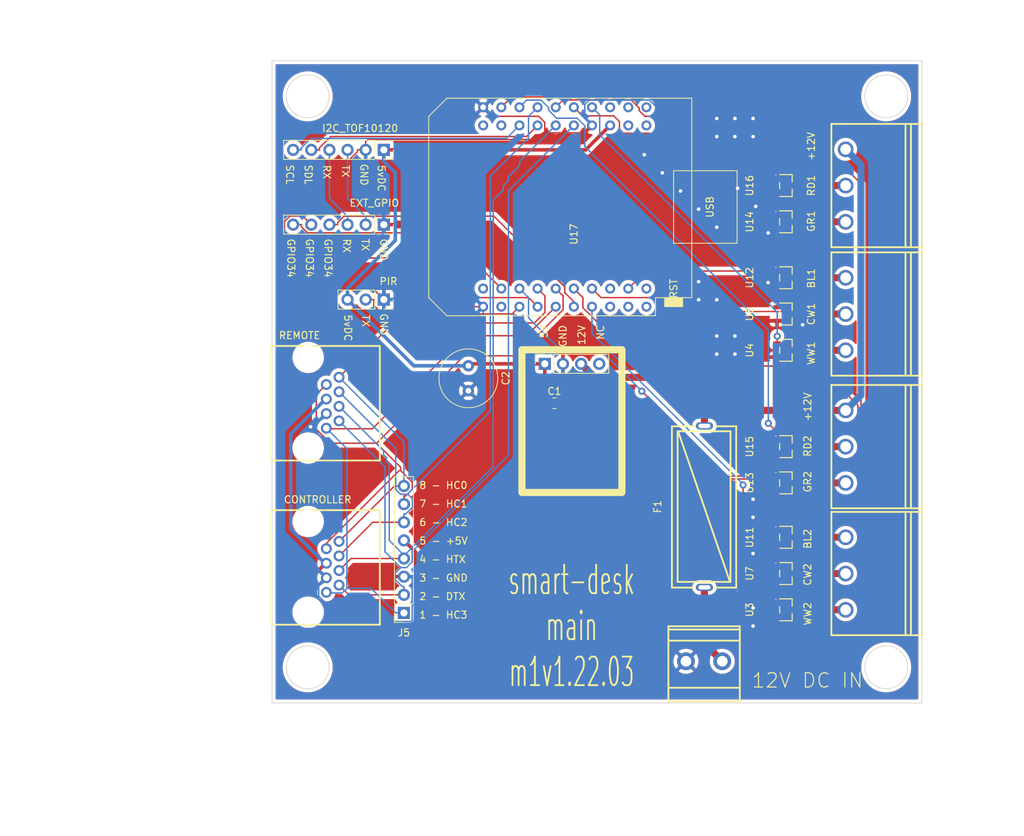
<source format=kicad_pcb>
(kicad_pcb (version 20211014) (generator pcbnew)
  (layers (0 "F.Cu" signal "Front") (31 "B.Cu" signal "Back") (34 "B.Paste" user) (35 "F.Paste" user) (36 "B.SilkS" user "B.Silkscreen") (37 "F.SilkS" user "F.Silkscreen") (38 "B.Mask" user) (39 "F.Mask" user) (44 "Edge.Cuts" user))
  (property "BRD_NAME" "main")
  (property "BRD_VER" "m1v1.22.03")
  (property "PRJ_NAME" "smart-desk")
  (net 0 "")
  (net 1 "+5VD")
  (net 2 "GND")
  (net 3 "Net-(F1-Pad1)")
  (net 4 "+12V")
  (net 6 "RJ45_HC3")
  (net 7 "TOF_TX")
  (net 8 "TOF_RX")
  (net 9 "RJ45_HC2")
  (net 10 "RJ45_HC1")
  (net 11 "RJ45_HC0")
  (net 12 "PWM_WW_2")
  (net 13 "I2C_SDL")
  (net 14 "Net-(U3-Pad3)")
  (net 15 "PWM_WW_1")
  (net 16 "I2C_SCL")
  (net 17 "Net-(U4-Pad3)")
  (net 18 "Net-(U5-Pad2)")
  (net 19 "Net-(U11-Pad3)")
  (net 20 "Net-(U6-Pad2)")
  (net 21 "Net-(U12-Pad3)")
  (net 22 "PWM_CW_2")
  (net 23 "PIR_TRIG")
  (net 24 "PWM_CW_1")
  (net 25 "GPIO_34")
  (net 26 "Net-(U13-Pad3)")
  (net 27 "Net-(U15-Pad3)")
  (net 28 "Net-(U10-Pad1)")
  (net 29 "Net-(U10-Pad2)")
  (net 30 "PWM_BL_2")
  (net 32 "PWM_BL_1")
  (net 33 "GPIO_35")
  (net 34 "PWM_GR_2")
  (net 35 "PWM_GR_1")
  (net 36 "GPIO_36")
  (net 37 "PWM_RD_2")
  (net 39 "PWM_RD_1")
  (net 40 "RJ45_DTX")
  (net 45 "+5V")
  (net 46 "RJ45_HTX")
  (net 53 "+3V3")
  (footprint "LCSC.fets:DMN1019USN-7" (layer "F.Cu") (at 90.96 70.5775 180)
    (fp_text reference "U4")
    (fp_text value "WW_1")
  )
  (footprint "LCSC.connectors:WJ129V-5.0-2P" (layer "F.Cu") (at 79.5 114.5)
    (fp_text reference "P1" hide)
    (fp_text value "12V_IN" hide)
  )
  (footprint "LCSC.connectors:1757255" (layer "F.Cu") (at 103.66 65.4975 90)
    (fp_text reference "U6" hide)
    (fp_text value "LED1_1")
  )
  (footprint "Capacitor_THT:C_Radial_D8.0mm_H11.5mm_P3.50mm" (layer "F.Cu") (at 46.5 72.75 -90)
    (fp_text reference "C2")
    (fp_text value "470uF")
  )
  (footprint "Connector_PinSocket_2.54mm:PinSocket_1x04_P2.54mm_Vertical" (layer "F.Cu") (at 57.2 72.475 90)
    (fp_text reference "J1" hide)
    (fp_text value "DC_BUCK" hide)
  )
  (footprint "LCSC.fets:DMN1019USN-7" (layer "F.Cu") (at 90.96 106.94 180)
    (fp_text reference "U3")
    (fp_text value "WW_2")
  )
  (footprint "LCSC.fets:DMN1019USN-7" (layer "F.Cu") (at 90.96 60.4175 180)
    (fp_text reference "U12")
    (fp_text value "BL_1")
  )
  (footprint "LCSC.fets:DMN1019USN-7" (layer "F.Cu") (at 90.96 89.16 180)
    (fp_text reference "U13")
    (fp_text value "GR_2")
  )
  (footprint "LCSC.connectors:R-RJ45R08P-A004" (layer "F.Cu") (at 26.5 101 -90)
    (fp_text reference "U2" hide)
    (fp_text value "TO_CONTROLLER")
  )
  (footprint "Connector_PinSocket_2.54mm:PinSocket_1x03_P2.54mm_Vertical" (layer "F.Cu") (at 34.66 63.475 -90)
    (fp_text reference "J3" hide)
    (fp_text value "PIR" hide)
  )
  (footprint "LCSC.fets:DMN1019USN-7" (layer "F.Cu") (at 90.96 52.58 180)
    (fp_text reference "U14")
    (fp_text value "GR_1")
  )
  (footprint "LCSC.fuses:C3131" (layer "F.Cu") (at 79.5 92.5 90)
    (fp_text reference "F1")
    (fp_text value "5x20_BLX-Atype_Fuse_holder_XC-7" hide)
  )
  (footprint "ESP32_mini:ESP32_mini" (layer "F.Cu") (at 60 50.5 90)
    (fp_text reference "U17")
    (fp_text value "mini_esp32")
  )
  (footprint "LCSC.connectors:1757255" (layer "F.Cu") (at 103.66 47.5 90)
    (fp_text reference "U10" hide)
    (fp_text value "LED1_2")
  )
  (footprint "Capacitor_SMD:C_0805_2012Metric" (layer "F.Cu") (at 58.55 78)
    (fp_text reference "C1")
    (fp_text value "100nF")
  )
  (footprint "Connector_PinSocket_2.54mm:PinSocket_1x08_P2.54mm_Vertical" (layer "F.Cu") (at 37.475 107.375 180)
    (fp_text reference "J5")
    (fp_text value "ETH_SNIFF")
  )
  (footprint "LCSC.connectors:1757255" (layer "F.Cu") (at 103.66 84.08 90)
    (fp_text reference "U9" hide)
    (fp_text value "LED2_2")
  )
  (footprint "LCSC.fets:DMN1019USN-7" (layer "F.Cu") (at 90.96 47.5 180)
    (fp_text reference "U16")
    (fp_text value "RD_1")
  )
  (footprint "Connector_PinSocket_2.54mm:PinSocket_1x06_P2.54mm_Vertical" (layer "F.Cu") (at 34.66 42.5 -90)
    (fp_text reference "J2" hide)
    (fp_text value "I2C_TOF10120" hide)
  )
  (footprint "LCSC.fets:DMN1019USN-7" (layer "F.Cu") (at 90.96 101.86 180)
    (fp_text reference "U7")
    (fp_text value "CW_2")
  )
  (footprint "Connector_PinSocket_2.54mm:PinSocket_1x06_P2.54mm_Vertical" (layer "F.Cu") (at 34.66 52.975 -90)
    (fp_text reference "J4" hide)
    (fp_text value "EXT_GPIO" hide)
  )
  (footprint "LCSC.connectors:1757255" (layer "F.Cu") (at 103.66 101.86 90)
    (fp_text reference "U5" hide)
    (fp_text value "LED2_1")
  )
  (footprint "LCSC.fets:DMN1019USN-7" (layer "F.Cu") (at 90.96 84.08 180)
    (fp_text reference "U15")
    (fp_text value "RD_2")
  )
  (footprint "LCSC.fets:DMN1019USN-7" (layer "F.Cu") (at 90.96 65.4975 180)
    (fp_text reference "U8")
    (fp_text value "CW_1")
  )
  (footprint "LCSC.fets:DMN1019USN-7" (layer "F.Cu") (at 90.96 96.78 180)
    (fp_text reference "U11")
    (fp_text value "BL_2")
  )
  (footprint "LCSC.connectors:R-RJ45R08P-A004" (layer "F.Cu") (at 26.5 78 -90)
    (fp_text reference "U1" hide)
    (fp_text value "TO_REMOTE")
  )
  (gr_rect (start 54 70.5) (end 68 90.5) (layer "F.SilkS") (width 1) (fill none))
  (gr_circle locked (center 105 35) (end 108 35) (layer "Edge.Cuts") (width 0.1) (fill none))
  (gr_rect locked (start 19 30) (end 110 120) (layer "Edge.Cuts") (width 0.1) (fill none))
  (gr_circle locked (center 105 115) (end 108 115) (layer "Edge.Cuts") (width 0.1) (fill none))
  (gr_circle (center 24 35) (end 27 35) (layer "Edge.Cuts") (width 0.1) (fill none))
  (gr_circle locked (center 24 115) (end 27 115) (layer "Edge.Cuts") (width 0.1) (fill none))
  (gr_text "TX" (at 32.135 66.45 270) (layer "F.SilkS") (effects (font (size 1 1))))
  (gr_text "${PRJ_NAME}\n${BRD_NAME}\n${BRD_VER}" (at 60.96 109.22) (layer "F.SilkS") (effects (font (size 4 2) (thickness 0.25))))
  (gr_text "GND" (at 34.66 56.475 270) (layer "F.SilkS") (effects (font (size 1 1))))
  (gr_text "+12V" (at 94.5 42 90) (layer "F.SilkS") (effects (font (size 1 1))))
  (gr_text "NC\n" (at 65 68.08 90) (layer "F.SilkS") (effects (font (size 1 1))))
  (gr_text "GND" (at 34.66 66.95 270) (layer "F.SilkS") (effects (font (size 1 1))))
  (gr_text "5V" (at 57.098856 67.960952 90) (layer "F.SilkS") (effects (font (size 1 1))))
  (gr_text "RX" (at 26.67 45.594047 270) (layer "F.SilkS") (effects (font (size 1 1))))
  (gr_text "RX" (at 29.46 55.927381 270) (layer "F.SilkS") (effects (font (size 1 1))))
  (gr_text "REMOTE\n" (at 22.86 68.5) (layer "F.SilkS") (effects (font (size 1 1))))
  (gr_text "EXT_GPIO" (at 33.335 49.95) (layer "F.SilkS") (effects (font (size 1 1))))
  (gr_text "12V DC IN" (at 93.98 116.84) (layer "F.SilkS") (effects (font (size 2 2))))
  (gr_text "BL2" (at 94 97 90) (layer "F.SilkS") (effects (font (size 1 1))))
  (gr_text "GPIO34" (at 24.26 57.665476 270) (layer "F.SilkS") (effects (font (size 1 1))))
  (gr_text "6 - HC2" (at 43 94.6885) (layer "F.SilkS") (effects (font (size 1 1))))
  (gr_text "GND" (at 31.895 45.975 270) (layer "F.SilkS") (effects (font (size 1 1))))
  (gr_text "TX" (at 29.295 45.475 270) (layer "F.SilkS") (effects (font (size 1 1))))
  (gr_text "GPIO34" (at 26.86 57.665476 270) (layer "F.SilkS") (effects (font (size 1 1))))
  (gr_text "GND" (at 59.73257 68.58 90) (layer "F.SilkS") (effects (font (size 1 1))))
  (gr_text "3 - GND" (at 43.023809 102.47125) (layer "F.SilkS") (effects (font (size 1 1))))
  (gr_text "WW2" (at 94 107.5 90) (layer "F.SilkS") (effects (font (size 1 1))))
  (gr_text "SDL" (at 24.095 45.975 270) (layer "F.SilkS") (effects (font (size 1 1))))
  (gr_text "+12V" (at 94 78.5 90) (layer "F.SilkS") (effects (font (size 1 1))))
  (gr_text "BL1" (at 94.5 60.5 90) (layer "F.SilkS") (effects (font (size 1 1))))
  (gr_text "5vDC" (at 34.32 46.475 270) (layer "F.SilkS") (effects (font (size 1 1))))
  (gr_text "CONTROLLER" (at 25.4 91.5) (layer "F.SilkS") (effects (font (size 1 1))))
  (gr_text "RD1" (at 94.5 47.5 90) (layer "F.SilkS") (effects (font (size 1 1))))
  (gr_text "7 - HC1" (at 43 92.09425) (layer "F.SilkS") (effects (font (size 1 1))))
  (gr_text "8 - HC0" (at 43 89.5) (layer "F.SilkS") (effects (font (size 1 1))))
  (gr_text "PIR" (at 35.31 60.925) (layer "F.SilkS") (effects (font (size 1 1))))
  (gr_text "1 - HC3\n" (at 43 107.659755) (layer "F.SilkS") (effects (font (size 1 1))))
  (gr_text "TX" (at 32.06 55.808334 270) (layer "F.SilkS") (effects (font (size 1 1))))
  (gr_text "GPIO34" (at 21.66 57.665476 270) (layer "F.SilkS") (effects (font (size 1 1))))
  (gr_text "2 - DTX" (at 42.857142 105.0655) (layer "F.SilkS") (effects (font (size 1 1))))
  (gr_text "RD2" (at 94 84 90) (layer "F.SilkS") (effects (font (size 1 1))))
  (gr_text "4 - HTX" (at 42.880952 99.877) (layer "F.SilkS") (effects (font (size 1 1))))
  (gr_text "SCL" (at 21.495 45.975 270) (layer "F.SilkS") (effects (font (size 1 1))))
  (gr_text "5vDC" (at 29.635 67.45 270) (layer "F.SilkS") (effects (font (size 1 1))))
  (gr_text "CW1" (at 94.5 65.5 90) (layer "F.SilkS") (effects (font (size 1 1))))
  (gr_text "12V" (at 62.366284 68.437143 90) (layer "F.SilkS") (effects (font (size 1 1))))
  (gr_text "CW2" (at 94 102 90) (layer "F.SilkS") (effects (font (size 1 1))))
  (gr_text "WW1" (at 94.5 71 90) (layer "F.SilkS") (effects (font (size 1 1))))
  (gr_text "GR1" (at 94.5 52.5 90) (layer "F.SilkS") (effects (font (size 1 1))))
  (gr_text "I2C_TOF10120" (at 31.335 39.475) (layer "F.SilkS") (effects (font (size 1 1))))
  (gr_text "5 - +5V" (at 43.023809 97.28275) (layer "F.SilkS") (effects (font (size 1 1))))
  (gr_text "GR2" (at 94 89 90) (layer "F.SilkS") (effects (font (size 1 1))))
  (segment (start 23.0614 109.732) (end 21.5679 108.238) (width 0.5) (layer "F.Cu") (net 1))
  (segment (start 21.5679 108.238) (end 21.5679 105.352) (width 0.5) (layer "F.Cu") (net 1))
  (segment (start 39.0935 108.545) (end 37.9064 109.732) (width 0.5) (layer "F.Cu") (net 1))
  (segment (start 37.475 97.215) (end 39.0935 98.8335) (width 0.5) (layer "F.Cu") (net 1))
  (segment (start 37.9064 109.732) (end 23.0614 109.732) (width 0.5) (layer "F.Cu") (net 1))
  (segment (start 21.5679 105.352) (end 26.5048 100.415) (width 0.5) (layer "F.Cu") (net 1))
  (segment (start 39.0935 98.8335) (end 39.0935 108.545) (width 0.5) (layer "F.Cu") (net 1))
  (segment (start 26.5048 100.415) (end 26.6097 100.415) (width 0.5) (layer "F.Cu") (net 1))
  (segment (start 26.6097 77.415) (end 26.5056 77.415) (width 0.5) (layer "B.Cu") (net 1))
  (segment (start 26.3999 100.415) (end 26.6097 100.415) (width 0.5) (layer "B.Cu") (net 1))
  (segment (start 21.6182 95.6333) (end 26.3999 100.415) (width 0.5) (layer "B.Cu") (net 1))
  (segment (start 21.6182 82.3024) (end 21.6182 95.6333) (width 0.5) (layer "B.Cu") (net 1))
  (segment (start 26.5056 77.415) (end 21.6182 82.3024) (width 0.5) (layer "B.Cu") (net 1))
  (segment (start 89.725 90.11) (end 89.725 90.4101) (width 0.2) (layer "F.Cu") (net 2))
  (segment (start 90.5604 49.8857) (end 90.5604 52.0943) (width 0.2) (layer "F.Cu") (net 2))
  (segment (start 49.6029 79.3529) (end 58.2776 79.3529) (width 0.2) (layer "F.Cu") (net 2))
  (segment (start 57.196 40.1217) (end 62.7583 40.1217) (width 0.2) (layer "F.Cu") (net 2))
  (segment (start 90.84 67.0069) (end 93.3 67.0069) (width 0.2) (layer "F.Cu") (net 2))
  (segment (start 20.3473 54.8242) (end 20.3473 52.3264) (width 0.2) (layer "F.Cu") (net 2))
  (segment (start 70.5905 88.6105) (end 59.74 77.76) (width 0.2) (layer "F.Cu") (net 2))
  (segment (start 89.725 53.53) (end 89.725 54.1303) (width 0.2) (layer "F.Cu") (net 2))
  (segment (start 89.725 102.81) (end 89.725 103.4103) (width 0.2) (layer "F.Cu") (net 2))
  (segment (start 88.4854 91.9499) (end 89.725 90.7103) (width 0.2) (layer "F.Cu") (net 2))
  (segment (start 56.268 41.0497) (end 57.196 40.1217) (width 0.2) (layer "F.Cu") (net 2))
  (segment (start 89.725 90.4101) (end 87.9254 88.6105) (width 0.2) (layer "F.Cu") (net 2))
  (segment (start 27.5477 62.0246) (end 20.3473 54.8242) (width 0.2) (layer "F.Cu") (net 2))
  (segment (start 27.5477 62.0246) (end 33.2096 62.0246) (width 0.2) (layer "F.Cu") (net 2))
  (segment (start 90.5603 66.4475) (end 90.84 66.7272) (width 0.2) (layer "F.Cu") (net 2))
  (segment (start 89.725 54.1303) (end 88.4722 54.1303) (width 0.2) (layer "F.Cu") (net 2))
  (segment (start 32.12 42.5) (end 32.12 41.3497) (width 0.2) (layer "F.Cu") (net 2))
  (segment (start 90.5604 52.0943) (end 89.725 52.9297) (width 0.2) (layer "F.Cu") (net 2))
  (segment (start 89.725 102.81) (end 89.725 102.2097) (width 0.2) (layer "F.Cu") (net 2))
  (segment (start 33.2096 62.0246) (end 34.66 63.475) (width 0.2) (layer "F.Cu") (net 2))
  (segment (start 32.42 41.0497) (end 56.268 41.0497) (width 0.2) (layer "F.Cu") (net 2))
  (segment (start 88.8897 61.3675) (end 88.6184 61.0962) (width 0.2) (layer "F.Cu") (net 2))
  (segment (start 28.9555 44.7525) (end 30.9697 42.7383) (width 0.2) (layer "F.Cu") (net 2))
  (segment (start 87.9254 88.6105) (end 70.5905 88.6105) (width 0.2) (layer "F.Cu") (net 2))
  (segment (start 57.196 38.6438) (end 56.3522 37.8) (width 0.2) (layer "F.Cu") (net 2))
  (segment (start 46.5 76.25) (end 49.6029 79.3529) (width 0.2) (layer "F.Cu") (net 2))
  (segment (start 90.84 69.8122) (end 89.725 70.9272) (width 0.2) (layer "F.Cu") (net 2))
  (segment (start 90.5604 104.2457) (end 89.725 103.4103) (width 0.2) (layer "F.Cu") (net 2))
  (segment (start 49.84 37.8) (end 48.57 36.53) (width 0.2) (layer "F.Cu") (net 2))
  (segment (start 89.725 61.3675) (end 88.8897 61.3675) (width 0.2) (layer "F.Cu") (net 2))
  (segment (start 89.725 109.1078) (end 82.7803 116.0525) (width 0.2) (layer "F.Cu") (net 2))
  (segment (start 89.725 49.0503) (end 90.5604 49.8857) (width 0.2) (layer "F.Cu") (net 2))
  (segment (start 89.725 53.53) (end 89.725 52.9297) (width 0.2) (layer "F.Cu") (net 2))
  (segment (start 48.57 64.47) (end 36.8053 64.47) (width 0.2) (layer "F.Cu") (net 2))
  (segment (start 78.868 116.0525) (end 76.965 114.1495) (width 0.2) (layer "F.Cu") (net 2))
  (segment (start 36.8053 64.47) (end 35.8103 63.475) (width 0.2) (layer "F.Cu") (net 2))
  (segment (start 59.5 78.1305) (end 59.5 78) (width 0.2) (layer "F.Cu") (net 2))
  (segment (start 20.3473 52.3264) (end 27.9212 44.7525) (width 0.2) (layer "F.Cu") (net 2))
  (segment (start 58.2776 79.3529) (end 59.5 78.1305) (width 0.2) (layer "F.Cu") (net 2))
  (segment (start 88.4854 100.9701) (end 88.4854 91.9499) (width 0.2) (layer "F.Cu") (net 2))
  (segment (start 89.725 48.45) (end 89.725 49.0503) (width 0.2) (layer "F.Cu") (net 2))
  (segment (start 89.725 71.5275) (end 89.725 70.9272) (width 0.2) (layer "F.Cu") (net 2))
  (segment (start 89.725 90.4101) (end 89.725 90.7103) (width 0.2) (layer "F.Cu") (net 2))
  (segment (start 90.5604 106.4543) (end 90.5604 104.2457) (width 0.2) (layer "F.Cu") (net 2))
  (segment (start 24.4033 81.292) (end 24.4033 74.9595) (width 0.2) (layer "F.Cu") (net 2))
  (segment (start 32.12 41.3497) (end 32.42 41.0497) (width 0.2) (layer "F.Cu") (net 2))
  (segment (start 89.725 66.4475) (end 90.5603 66.4475) (width 0.2) (layer "F.Cu") (net 2))
  (segment (start 89.725 102.2097) (end 88.4854 100.9701) (width 0.2) (layer "F.Cu") (net 2))
  (segment (start 90.84 67.0069) (end 90.84 69.8122) (width 0.2) (layer "F.Cu") (net 2))
  (segment (start 27.5477 71.8151) (end 27.5477 62.0246) (width 0.2) (layer "F.Cu") (net 2))
  (segment (start 89.725 107.2897) (end 90.5604 106.4543) (width 0.2) (layer "F.Cu") (net 2))
  (segment (start 32.12 42.5) (end 30.9697 42.5) (width 0.2) (layer "F.Cu") (net 2))
  (segment (start 30.9697 42.7383) (end 30.9697 42.5) (width 0.2) (layer "F.Cu") (net 2))
  (segment (start 56.3522 37.8) (end 49.84 37.8) (width 0.2) (layer "F.Cu") (net 2))
  (segment (start 24.4033 74.9595) (end 27.5477 71.8151) (width 0.2) (layer "F.Cu") (net 2))
  (segment (start 90.84 66.7272) (end 90.84 67.0069) (width 0.2) (layer "F.Cu") (net 2))
  (segment (start 57.196 40.1217) (end 57.196 38.6438) (width 0.2) (layer "F.Cu") (net 2))
  (segment (start 89.725 107.89) (end 89.725 107.2897) (width 0.2) (layer "F.Cu") (net 2))
  (segment (start 34.66 63.475) (end 35.8103 63.475) (width 0.2) (layer "F.Cu") (net 2))
  (segment (start 82.7803 116.0525) (end 78.868 116.0525) (width 0.2) (layer "F.Cu") (net 2))
  (segment (start 88.6184 61.0962) (end 88.4722 61.0962) (width 0.2) (layer "F.Cu") (net 2))
  (segment (start 89.725 107.89) (end 89.725 109.1078) (width 0.2) (layer "F.Cu") (net 2))
  (segment (start 59.74 77.76) (end 59.74 72.475) (width 0.2) (layer "F.Cu") (net 2))
  (segment (start 62.7583 40.1217) (end 63.81 39.07) (width 0.2) (layer "F.Cu") (net 2))
  (segment (start 27.9212 44.7525) (end 28.9555 44.7525) (width 0.2) (layer "F.Cu") (net 2))
  (segment (start 59.5 78) (end 59.74 77.76) (width 0.2) (layer "F.Cu") (net 2))
  (via (at 81.28 53.34) (size 1) (drill 0.5) (layers "F.Cu" "B.Cu") (net 2))
  (via (at 78.74 50.8) (size 1) (drill 0.5) (layers "F.Cu" "B.Cu") (net 2))
  (via (at 78.74 60.96) (size 1) (drill 0.5) (layers "F.Cu" "B.Cu") (net 2))
  (via (at 86.36 40.64) (size 1) (drill 0.5) (layers "F.Cu" "B.Cu") (net 2))
  (via (at 81.28 40.64) (size 1) (drill 0.5) (layers "F.Cu" "B.Cu") (net 2))
  (via (at 86.36 38.1) (size 1) (drill 0.5) (layers "F.Cu" "B.Cu") (net 2))
  (via (at 86.36 99.06) (size 1) (drill 0.5) (layers "F.Cu" "B.Cu") (net 2))
  (via (at 81.28 38.1) (size 1) (drill 0.5) (layers "F.Cu" "B.Cu") (net 2))
  (via (at 84.1988 47.8812) (size 1) (drill 0.5) (layers "F.Cu" "B.Cu") (net 2))
  (via (at 81.28 68.58) (size 1) (drill 0.5) (layers "F.Cu" "B.Cu") (net 2))
  (via (at 83.82 71.12) (size 1) (drill 0.5) (layers "F.Cu" "B.Cu") (net 2))
  (via (at 86.36 93.98) (size 1) (drill 0.5) (layers "F.Cu" "B.Cu") (net 2))
  (via (at 86.7388 50.4212) (size 1) (drill 0.5) (layers "F.Cu" "B.Cu") (net 2))
  (via (at 24.4033 81.292) (size 1) (drill 0.5) (layers "F.Cu" "B.Cu") (net 2))
  (via (at 86.36 106.68) (size 1) (drill 0.5) (layers "F.Cu" "B.Cu") (net 2))
  (via (at 83.82 38.1) (size 1) (drill 0.5) (layers "F.Cu" "B.Cu") (net 2))
  (via (at 73.66 45.72) (size 1) (drill 0.5) (layers "F.Cu" "B.Cu") (net 2))
  (via (at 86.36 109.22) (size 1) (drill 0.5) (layers "F.Cu" "B.Cu") (net 2))
  (via (at 78.74 63.5) (size 1) (drill 0.5) (layers "F.Cu" "B.Cu") (net 2))
  (via (at 88.4722 61.0962) (size 1) (drill 0.5) (layers "F.Cu" "B.Cu") (net 2))
  (via (at 76.2 48.26) (size 1) (drill 0.5) (layers "F.Cu" "B.Cu") (net 2))
  (via (at 93.3 67.0069) (size 1) (drill 0.5) (layers "F.Cu" "B.Cu") (net 2))
  (via (at 88.4722 54.1303) (size 1) (drill 0.5) (layers "F.Cu" "B.Cu") (net 2))
  (via (at 81.28 71.12) (size 1) (drill 0.5) (layers "F.Cu" "B.Cu") (net 2))
  (via (at 83.82 68.58) (size 1) (drill 0.5) (layers "F.Cu" "B.Cu") (net 2))
  (via (at 71.12 43.18) (size 1) (drill 0.5) (layers "F.Cu" "B.Cu") (net 2))
  (via (at 83.82 40.64) (size 1) (drill 0.5) (layers "F.Cu" "B.Cu") (net 2))
  (via (at 81.28 63.5) (size 1) (drill 0.5) (layers "F.Cu" "B.Cu") (net 2))
  (via (at 86.36 91.44) (size 1) (drill 0.5) (layers "F.Cu" "B.Cu") (net 2))
  (segment (start 24.7729 81.292) (end 24.4033 81.292) (width 0.2) (layer "B.Cu") (net 2))
  (segment (start 84.1988 47.8812) (end 86.7388 50.4212) (width 0.2) (layer "B.Cu") (net 2))
  (segment (start 93.3 65.924) (end 93.3 67.0069) (width 0.2) (layer "B.Cu") (net 2))
  (segment (start 26.6097 79.4552) (end 24.7729 81.292) (width 0.2) (layer "B.Cu") (net 2))
  (segment (start 62.806 36.1149) (end 63.3951 35.5258) (width 0.2) (layer "B.Cu") (net 2))
  (segment (start 63.3951 35.5258) (end 71.8434 35.5258) (width 0.2) (layer "B.Cu") (net 2))
  (segment (start 25.5453 105.0147) (end 25.5453 103.5196) (width 0.2) (layer "B.Cu") (net 2))
  (segment (start 59.74 81.1803) (end 38.6253 102.295) (width 0.2) (layer "B.Cu") (net 2))
  (segment (start 38.6253 108.3835) (end 38.4298 108.579) (width 0.2) (layer "B.Cu") (net 2))
  (segment (start 38.6253 102.295) (end 38.6253 108.3835) (width 0.2) (layer "B.Cu") (net 2))
  (segment (start 25.5453 103.5196) (end 26.6097 102.4552) (width 0.2) (layer "B.Cu") (net 2))
  (segment (start 32.12 49.2847) (end 32.12 42.5) (width 0.2) (layer "B.Cu") (net 2))
  (segment (start 48.57 64.47) (end 48.57 74.18) (width 0.2) (layer "B.Cu") (net 2))
  (segment (start 88.4722 61.0962) (end 93.3 65.924) (width 0.2) (layer "B.Cu") (net 2))
  (segment (start 37.475 102.295) (end 38.6253 102.295) (width 0.2) (layer "B.Cu") (net 2))
  (segment (start 48.57 74.18) (end 46.5 76.25) (width 0.2) (layer "B.Cu") (net 2))
  (segment (start 29.1096 108.579) (end 25.5453 105.0147) (width 0.2) (layer "B.Cu") (net 2))
  (segment (start 38.4298 108.579) (end 29.1096 108.579) (width 0.2) (layer "B.Cu") (net 2))
  (segment (start 34.66 51.8247) (end 32.12 49.2847) (width 0.2) (layer "B.Cu") (net 2))
  (segment (start 34.66 52.975) (end 34.66 51.8247) (width 0.2) (layer "B.Cu") (net 2))
  (segment (start 88.4722 54.1303) (end 88.4722 61.0962) (width 0.2) (layer "B.Cu") (net 2))
  (segment (start 59.74 72.475) (end 59.74 81.1803) (width 0.2) (layer "B.Cu") (net 2))
  (segment (start 86.7388 50.4212) (end 88.4722 52.1546) (width 0.2) (layer "B.Cu") (net 2))
  (segment (start 71.8434 35.5258) (end 84.1988 47.8812) (width 0.2) (layer "B.Cu") (net 2))
  (segment (start 63.81 39.07) (end 62.806 38.066) (width 0.2) (layer "B.Cu") (net 2))
  (segment (start 62.806 38.066) (end 62.806 36.1149) (width 0.2) (layer "B.Cu") (net 2))
  (segment (start 88.4722 52.1546) (end 88.4722 54.1303) (width 0.2) (layer "B.Cu") (net 2))
  (segment (start 79.5507 111.655) (end 82.045 114.149) (width 1) (layer "F.Cu") (net 3))
  (segment (start 79.5507 103.798) (end 79.5507 103.7979) (width 1) (layer "F.Cu") (net 3))
  (segment (start 82.045 114.149) (end 82.045 114.1495) (width 1) (layer "F.Cu") (net 3))
  (segment (start 82.045 114.15) (end 82.045 114.1495) (width 1) (layer "F.Cu") (net 3))
  (segment (start 79.5507 103.798) (end 79.5507 111.655) (width 1) (layer "F.Cu") (net 3))
  (segment (start 80.22 79.0025) (end 79.5507 79.6718) (width 1) (layer "F.Cu") (net 4))
  (segment (start 74.2483 74.3694) (end 79.5507 79.6718) (width 1) (layer "F.Cu") (net 4))
  (segment (start 99.3255 79.0025) (end 80.22 79.0025) (width 1) (layer "F.Cu") (net 4))
  (segment (start 64.1744 74.3694) (end 74.2483 74.3694) (width 1) (layer "F.Cu") (net 4))
  (segment (start 62.28 72.475) (end 64.1744 74.3694) (width 1) (layer "F.Cu") (net 4))
  (segment (start 79.5507 81.1721) (end 79.5507 79.6718) (width 1) (layer "F.Cu") (net 4))
  (segment (start 101.467 44.5641) (end 99.3255 42.4225) (width 1) (layer "B.Cu") (net 4))
  (segment (start 99.3255 79.0025) (end 101.467 76.8609) (width 1) (layer "B.Cu") (net 4))
  (segment (start 101.467 76.8609) (end 101.467 44.5641) (width 1) (layer "B.Cu") (net 4))
  (segment (start 26.6097 81.4951) (end 26.6874 81.5728) (width 0.2) (layer "F.Cu") (net 6))
  (segment (start 26.6874 81.5728) (end 33.0571 81.5728) (width 0.2) (layer "F.Cu") (net 6))
  (segment (start 54.6601 68.5399) (end 58.73 64.47) (width 0.2) (layer "F.Cu") (net 6))
  (segment (start 46.09 68.5399) (end 54.6601 68.5399) (width 0.2) (layer "F.Cu") (net 6))
  (segment (start 33.0571 81.5728) (end 46.09 68.5399) (width 0.2) (layer "F.Cu") (net 6))
  (segment (start 29.4909 103.919) (end 28.8264 104.584) (width 0.2) (layer "B.Cu") (net 6))
  (segment (start 29.4909 84.3763) (end 29.4909 103.919) (width 0.2) (layer "B.Cu") (net 6))
  (segment (start 37.475 107.375) (end 36.3247 107.375) (width 0.2) (layer "B.Cu") (net 6))
  (segment (start 26.6539 104.5395) (end 26.6097 104.4953) (width 0.2) (layer "B.Cu") (net 6))
  (segment (start 36.3247 107.375) (end 32.8687 103.919) (width 0.2) (layer "B.Cu") (net 6))
  (segment (start 26.6097 81.4951) (end 29.4909 84.3763) (width 0.2) (layer "B.Cu") (net 6))
  (segment (start 32.8687 103.919) (end 29.4909 103.919) (width 0.2) (layer "B.Cu") (net 6))
  (segment (start 28.8264 104.584) (end 26.6981 104.584) (width 0.2) (layer "B.Cu") (net 6))
  (segment (start 26.6539 104.5395) (end 26.6097 104.495) (width 0.2) (layer "B.Cu") (net 6))
  (segment (start 26.6097 104.4953) (end 26.6097 104.4951) (width 0.2) (layer "B.Cu") (net 6))
  (segment (start 26.6981 104.584) (end 26.6539 104.5395) (width 0.2) (layer "B.Cu") (net 6))
  (segment (start 32.12 52.975) (end 32.12 51.8247) (width 0.2) (layer "B.Cu") (net 7))
  (segment (start 32.12 51.8247) (end 29.58 49.2847) (width 0.2) (layer "B.Cu") (net 7))
  (segment (start 29.58 49.2847) (end 29.58 42.5) (width 0.2) (layer "B.Cu") (net 7))
  (segment (start 29.58 52.975) (end 29.58 51.8247) (width 0.2) (layer "B.Cu") (net 8))
  (segment (start 27.04 49.2847) (end 27.04 42.5) (width 0.2) (layer "B.Cu") (net 8))
  (segment (start 29.58 51.8247) (end 27.04 49.2847) (width 0.2) (layer "B.Cu") (net 8))
  (segment (start 33.1097 94.675) (end 37.475 94.675) (width 0.2) (layer "F.Cu") (net 9))
  (segment (start 28.3897 99.395) (end 33.1097 94.675) (width 0.2) (layer "F.Cu") (net 9))
  (segment (start 37.7133 93.5247) (end 37.475 93.5247) (width 0.2) (layer "B.Cu") (net 9))
  (segment (start 36.3247 84.33) (end 36.3247 90.0704) (width 0.2) (layer "B.Cu") (net 9))
  (segment (start 36.3247 90.0704) (end 36.9989 90.7445) (width 0.2) (layer "B.Cu") (net 9))
  (segment (start 37.475 93.5247) (end 37.475 94.675) (width 0.2) (layer "B.Cu") (net 9))
  (segment (start 36.9989 90.7445) (end 37.9523 90.7445) (width 0.2) (layer "B.Cu") (net 9))
  (segment (start 28.3897 76.395) (end 36.3247 84.33) (width 0.2) (layer "B.Cu") (net 9))
  (segment (start 38.6665 91.3777) (end 38.6665 92.5715) (width 0.2) (layer "B.Cu") (net 9))
  (segment (start 38.6665 92.5715) (end 37.7133 93.5247) (width 0.2) (layer "B.Cu") (net 9))
  (segment (start 49.5703 79.1265) (end 49.5703 46.1923) (width 0.2) (layer "B.Cu") (net 9))
  (segment (start 54.92 37.8) (end 56.19 36.53) (width 0.2) (layer "B.Cu") (net 9))
  (segment (start 37.9928 90.704) (end 38.6665 91.3777) (width 0.2) (layer "B.Cu") (net 9))
  (segment (start 54.92 40.8426) (end 54.92 37.8) (width 0.2) (layer "B.Cu") (net 9))
  (segment (start 49.5703 46.1923) (end 54.92 40.8426) (width 0.2) (layer "B.Cu") (net 9))
  (segment (start 37.9523 90.7445) (end 37.9928 90.704) (width 0.2) (layer "B.Cu") (net 9))
  (segment (start 37.9928 90.704) (end 49.5703 79.1265) (width 0.2) (layer "B.Cu") (net 9))
  (segment (start 58.73 61.93) (end 59.7619 62.9619) (width 0.2) (layer "F.Cu") (net 10))
  (segment (start 26.6097 97.6339) (end 26.6097 98.3752) (width 0.2) (layer "F.Cu") (net 10))
  (segment (start 45.8976 71.3496) (end 33.6465 83.6007) (width 0.2) (layer "F.Cu") (net 10))
  (segment (start 27.1587 83.6007) (end 33.6465 83.6007) (width 0.2) (layer "F.Cu") (net 10))
  (segment (start 37.475 90.9847) (end 37.475 92.135) (width 0.2) (layer "F.Cu") (net 10))
  (segment (start 25.2066 81.6486) (end 27.1587 83.6007) (width 0.2) (layer "F.Cu") (net 10))
  (segment (start 36.8127 87.4309) (end 26.6097 97.6339) (width 0.2) (layer "F.Cu") (net 10))
  (segment (start 37.0129 86.9671) (end 37.0129 87.4309) (width 0.2) (layer "F.Cu") (net 10))
  (segment (start 25.2066 76.7783) (end 25.2066 81.6486) (width 0.2) (layer "F.Cu") (net 10))
  (segment (start 59.7619 64.9023) (end 53.3146 71.3496) (width 0.2) (layer "F.Cu") (net 10))
  (segment (start 38.6298 90.0682) (end 37.7133 90.9847) (width 0.2) (layer "F.Cu") (net 10))
  (segment (start 37.0129 87.4309) (end 36.8127 87.4309) (width 0.2) (layer "F.Cu") (net 10))
  (segment (start 53.3146 71.3496) (end 45.8976 71.3496) (width 0.2) (layer "F.Cu") (net 10))
  (segment (start 37.7133 90.9847) (end 37.475 90.9847) (width 0.2) (layer "F.Cu") (net 10))
  (segment (start 37.0129 87.4309) (end 38.6298 89.0478) (width 0.2) (layer "F.Cu") (net 10))
  (segment (start 38.6298 89.0478) (end 38.6298 90.0682) (width 0.2) (layer "F.Cu") (net 10))
  (segment (start 33.6465 83.6007) (end 37.0129 86.9671) (width 0.2) (layer "F.Cu") (net 10))
  (segment (start 26.6097 75.3752) (end 25.2066 76.7783) (width 0.2) (layer "F.Cu") (net 10))
  (segment (start 59.7619 62.9619) (end 59.7619 64.9023) (width 0.2) (layer "F.Cu") (net 10))
  (segment (start 57.2219 62.9619) (end 56.19 61.93) (width 0.2) (layer "F.Cu") (net 11))
  (segment (start 28.3897 74.3551) (end 35.993 66.7518) (width 0.2) (layer "F.Cu") (net 11))
  (segment (start 36.1498 89.595) (end 37.475 89.595) (width 0.2) (layer "F.Cu") (net 11))
  (segment (start 28.3897 97.3551) (end 36.1498 89.595) (width 0.2) (layer "F.Cu") (net 11))
  (segment (start 57.2219 65.2686) (end 57.2219 62.9619) (width 0.2) (layer "F.Cu") (net 11))
  (segment (start 55.7387 66.7518) (end 57.2219 65.2686) (width 0.2) (layer "F.Cu") (net 11))
  (segment (start 35.993 66.7518) (end 55.7387 66.7518) (width 0.2) (layer "F.Cu") (net 11))
  (segment (start 28.3897 74.3551) (end 37.475 83.4404) (width 0.2) (layer "B.Cu") (net 11))
  (segment (start 37.475 83.4404) (end 37.475 89.595) (width 0.2) (layer "B.Cu") (net 11))
  (segment (start 84.9578 100.622) (end 89.725 105.39) (width 0.2) (layer "F.Cu") (net 12))
  (segment (start 84.9578 89.4522) (end 84.9578 100.622) (width 0.2) (layer "F.Cu") (net 12))
  (segment (start 89.725 105.39) (end 89.725 105.99) (width 0.2) (layer "F.Cu") (net 12))
  (via (at 84.9578 89.4522) (size 1) (drill 0.5) (layers "F.Cu" "B.Cu") (net 12))
  (segment (start 63.81 68.1993) (end 63.81 64.47) (width 0.2) (layer "B.Cu") (net 12))
  (segment (start 84.9578 89.3471) (end 63.81 68.1993) (width 0.2) (layer "B.Cu") (net 12))
  (segment (start 84.9578 89.4522) (end 84.9578 89.3471) (width 0.2) (layer "B.Cu") (net 12))
  (segment (start 24.5 42.5) (end 25.6503 42.5) (width 0.2) (layer "F.Cu") (net 13))
  (segment (start 25.6503 42.2124) (end 27.237 40.6257) (width 0.2) (layer "F.Cu") (net 13))
  (segment (start 54.6343 40.6257) (end 56.19 39.07) (width 0.2) (layer "F.Cu") (net 13))
  (segment (start 27.237 40.6257) (end 54.6343 40.6257) (width 0.2) (layer "F.Cu") (net 13))
  (segment (start 25.6503 42.5) (end 25.6503 42.2124) (width 0.2) (layer "F.Cu") (net 13))
  (segment (start 99.3229 106.94) (end 99.3242 106.942) (width 1) (layer "F.Cu") (net 14))
  (segment (start 92.195 106.94) (end 99.3229 106.94) (width 1) (layer "F.Cu") (net 14))
  (segment (start 99.3255 106.9425) (end 99.3253 106.9427) (width 1) (layer "F.Cu") (net 14))
  (segment (start 99.3242 106.942) (end 99.3255 106.942) (width 1) (layer "F.Cu") (net 14))
  (segment (start 99.3253 106.9428) (end 99.3255 106.943) (width 1) (layer "F.Cu") (net 14))
  (segment (start 99.3253 106.9427) (end 99.3253 106.9428) (width 1) (layer "F.Cu") (net 14))
  (segment (start 99.3242 106.942) (end 99.3253 106.9428) (width 1) (layer "F.Cu") (net 14))
  (segment (start 89.725 68.628) (end 89.725 69.6275) (width 0.2) (layer "F.Cu") (net 15))
  (segment (start 89.75 68.603) (end 89.725 68.628) (width 0.2) (layer "F.Cu") (net 15))
  (via (at 89.75 68.603) (size 1) (drill 0.5) (layers "F.Cu" "B.Cu") (net 15))
  (segment (start 63.81 36.53) (end 64.885 37.605) (width 0.2) (layer "B.Cu") (net 15))
  (segment (start 64.885 40.3903) (end 89.75 65.2553) (width 0.2) (layer "B.Cu") (net 15))
  (segment (start 89.75 65.2553) (end 89.75 68.603) (width 0.2) (layer "B.Cu") (net 15))
  (segment (start 64.885 37.605) (end 64.885 40.3903) (width 0.2) (layer "B.Cu") (net 15))
  (segment (start 21.96 42.5) (end 23.1103 42.5) (width 0.2) (layer "B.Cu") (net 16))
  (segment (start 23.1103 42.5) (end 23.1103 42.2124) (width 0.2) (layer "B.Cu") (net 16))
  (segment (start 24.4244 40.8983) (end 51.8217 40.8983) (width 0.2) (layer "B.Cu") (net 16))
  (segment (start 23.1103 42.2124) (end 24.4244 40.8983) (width 0.2) (layer "B.Cu") (net 16))
  (segment (start 51.8217 40.8983) (end 53.65 39.07) (width 0.2) (layer "B.Cu") (net 16))
  (segment (start 99.3229 70.5775) (end 99.3242 70.5788) (width 1) (layer "F.Cu") (net 17))
  (segment (start 92.195 70.5775) (end 99.3229 70.5775) (width 1) (layer "F.Cu") (net 17))
  (segment (start 99.3242 70.5788) (end 99.3243 70.5788) (width 1) (layer "F.Cu") (net 17))
  (segment (start 99.3243 70.5788) (end 99.3255 70.58) (width 1) (layer "F.Cu") (net 17))
  (segment (start 99.3242 70.5788) (end 99.3255 70.5801) (width 1) (layer "F.Cu") (net 17))
  (segment (start 99.3242 101.862) (end 99.3253 101.8628) (width 1) (layer "F.Cu") (net 18))
  (segment (start 92.195 101.86) (end 99.3229 101.86) (width 1) (layer "F.Cu") (net 18))
  (segment (start 99.3242 101.862) (end 99.3255 101.862) (width 1) (layer "F.Cu") (net 18))
  (segment (start 99.3255 101.8625) (end 99.3253 101.8627) (width 1) (layer "F.Cu") (net 18))
  (segment (start 99.3253 101.8627) (end 99.3253 101.8628) (width 1) (layer "F.Cu") (net 18))
  (segment (start 99.3253 101.8628) (end 99.3255 101.863) (width 1) (layer "F.Cu") (net 18))
  (segment (start 99.3229 101.86) (end 99.3242 101.862) (width 1) (layer "F.Cu") (net 18))
  (segment (start 92.195 96.78) (end 99.323 96.78) (width 1) (layer "F.Cu") (net 19))
  (segment (start 99.323 96.78) (end 99.3255 96.7825) (width 1) (layer "F.Cu") (net 19))
  (segment (start 92.195 65.4975) (end 99.3229 65.4975) (width 1) (layer "F.Cu") (net 20))
  (segment (start 99.3229 65.4975) (end 99.3255 65.5) (width 1) (layer "F.Cu") (net 20))
  (segment (start 92.1975 60.42) (end 92.195 60.4175) (width 1) (layer "F.Cu") (net 21))
  (segment (start 99.3255 60.42) (end 92.1975 60.42) (width 1) (layer "F.Cu") (net 21))
  (segment (start 99.2079 86.6225) (end 101.043 84.7874) (width 0.2) (layer "F.Cu") (net 22))
  (segment (start 89.725 100.91) (end 89.725 100.31) (width 0.2) (layer "F.Cu") (net 22))
  (segment (start 88.8896 93.7542) (end 90.81 91.8338) (width 0.2) (layer "F.Cu") (net 22))
  (segment (start 93.0088 86.6225) (end 99.2079 86.6225) (width 0.2) (layer "F.Cu") (net 22))
  (segment (start 101.043 84.7874) (end 101.043 78.2817) (width 0.2) (layer "F.Cu") (net 22))
  (segment (start 90.81 91.8338) (end 90.81 88.8213) (width 0.2) (layer "F.Cu") (net 22))
  (segment (start 70.7068 72.7855) (end 62.54 64.6187) (width 0.2) (layer "F.Cu") (net 22))
  (segment (start 62.54 63.2) (end 61.27 61.93) (width 0.2) (layer "F.Cu") (net 22))
  (segment (start 89.725 100.31) (end 88.8896 99.4743) (width 0.2) (layer "F.Cu") (net 22))
  (segment (start 62.54 64.6187) (end 62.54 63.2) (width 0.2) (layer "F.Cu") (net 22))
  (segment (start 101.043 78.2817) (end 95.5468 72.7855) (width 0.2) (layer "F.Cu") (net 22))
  (segment (start 88.8896 99.4743) (end 88.8896 93.7542) (width 0.2) (layer "F.Cu") (net 22))
  (segment (start 90.81 88.8213) (end 93.0088 86.6225) (width 0.2) (layer "F.Cu") (net 22))
  (segment (start 95.5468 72.7855) (end 70.7068 72.7855) (width 0.2) (layer "F.Cu") (net 22))
  (segment (start 33.2703 63.475) (end 32.12 63.475) (width 0.2) (layer "F.Cu") (net 23))
  (segment (start 52.6382 65.4818) (end 34.4636 65.4818) (width 0.2) (layer "F.Cu") (net 23))
  (segment (start 53.65 64.47) (end 52.6382 65.4818) (width 0.2) (layer "F.Cu") (net 23))
  (segment (start 34.4636 65.4818) (end 33.2703 64.2885) (width 0.2) (layer "F.Cu") (net 23))
  (segment (start 33.2703 64.2885) (end 33.2703 63.475) (width 0.2) (layer "F.Cu") (net 23))
  (segment (start 62.4727 37.7327) (end 61.27 36.53) (width 0.2) (layer "F.Cu") (net 24))
  (segment (start 71.8616 40.1701) (end 68.2113 40.1701) (width 0.2) (layer "F.Cu") (net 24))
  (segment (start 67.6495 38.5317) (end 66.8505 37.7327) (width 0.2) (layer "F.Cu") (net 24))
  (segment (start 90.5604 58.8689) (end 71.8616 40.1701) (width 0.2) (layer "F.Cu") (net 24))
  (segment (start 89.725 64.5475) (end 89.725 63.9472) (width 0.2) (layer "F.Cu") (net 24))
  (segment (start 67.6495 39.6083) (end 67.6495 38.5317) (width 0.2) (layer "F.Cu") (net 24))
  (segment (start 66.8505 37.7327) (end 62.4727 37.7327) (width 0.2) (layer "F.Cu") (net 24))
  (segment (start 68.2113 40.1701) (end 67.6495 39.6083) (width 0.2) (layer "F.Cu") (net 24))
  (segment (start 89.725 63.9472) (end 90.5604 63.1118) (width 0.2) (layer "F.Cu") (net 24))
  (segment (start 90.5604 63.1118) (end 90.5604 58.8689) (width 0.2) (layer "F.Cu") (net 24))
  (segment (start 50.0709 51.7871) (end 60 61.7162) (width 0.2) (layer "F.Cu") (net 25))
  (segment (start 60 62.4988) (end 61.27 63.7688) (width 0.2) (layer "F.Cu") (net 25))
  (segment (start 28.1903 52.975) (end 28.1903 52.6874) (width 0.2) (layer "F.Cu") (net 25))
  (segment (start 61.27 63.7688) (end 61.27 64.47) (width 0.2) (layer "F.Cu") (net 25))
  (segment (start 28.1903 52.6874) (end 29.0906 51.7871) (width 0.2) (layer "F.Cu") (net 25))
  (segment (start 60 61.7162) (end 60 62.4988) (width 0.2) (layer "F.Cu") (net 25))
  (segment (start 29.0906 51.7871) (end 50.0709 51.7871) (width 0.2) (layer "F.Cu") (net 25))
  (segment (start 27.04 52.975) (end 28.1903 52.975) (width 0.2) (layer "F.Cu") (net 25))
  (segment (start 99.3243 89.1613) (end 99.3255 89.1625) (width 1) (layer "F.Cu") (net 26))
  (segment (start 92.195 89.16) (end 99.3229 89.16) (width 1) (layer "F.Cu") (net 26))
  (segment (start 99.3242 89.1613) (end 99.3255 89.1626) (width 1) (layer "F.Cu") (net 26))
  (segment (start 99.3242 89.1613) (end 99.3243 89.1613) (width 1) (layer "F.Cu") (net 26))
  (segment (start 99.3229 89.16) (end 99.3242 89.1613) (width 1) (layer "F.Cu") (net 26))
  (segment (start 92.195 84.08) (end 99.3229 84.08) (width 1) (layer "F.Cu") (net 27))
  (segment (start 99.3229 84.08) (end 99.3255 84.0825) (width 1) (layer "F.Cu") (net 27))
  (segment (start 92.1976 52.5826) (end 92.195 52.58) (width 1) (layer "F.Cu") (net 28))
  (segment (start 99.3255 52.5826) (end 99.3254 52.5826) (width 1) (layer "F.Cu") (net 28))
  (segment (start 99.3254 52.5826) (end 99.3255 52.5825) (width 1) (layer "F.Cu") (net 28))
  (segment (start 99.3254 52.5826) (end 92.1976 52.5826) (width 1) (layer "F.Cu") (net 28))
  (segment (start 92.1975 47.5025) (end 92.195 47.5) (width 1) (layer "F.Cu") (net 29))
  (segment (start 99.3255 47.5025) (end 92.1975 47.5025) (width 1) (layer "F.Cu") (net 29))
  (segment (start 101.478 47.2491) (end 89.3082 35.0788) (width 0.2) (layer "F.Cu") (net 30))
  (segment (start 52.5612 35.0788) (end 51.11 36.53) (width 0.2) (layer "F.Cu") (net 30))
  (segment (start 89.3082 35.0788) (end 52.5612 35.0788) (width 0.2) (layer "F.Cu") (net 30))
  (segment (start 89.725 95.2297) (end 95.712 95.2297) (width 0.2) (layer "F.Cu") (net 30))
  (segment (start 95.712 95.2297) (end 101.478 89.4632) (width 0.2) (layer "F.Cu") (net 30))
  (segment (start 101.478 89.4632) (end 101.478 47.2491) (width 0.2) (layer "F.Cu") (net 30))
  (segment (start 89.725 95.83) (end 89.725 95.2297) (width 0.2) (layer "F.Cu") (net 30))
  (segment (start 71.3525 59.4675) (end 89.725 59.4675) (width 0.2) (layer "F.Cu") (net 32))
  (segment (start 68.89 61.93) (end 71.3525 59.4675) (width 0.2) (layer "F.Cu") (net 32))
  (segment (start 46.5611 63.2) (end 54.92 63.2) (width 0.2) (layer "F.Cu") (net 33))
  (segment (start 24.5 52.975) (end 23.2878 51.7628) (width 0.2) (layer "F.Cu") (net 33))
  (segment (start 54.92 63.2) (end 56.19 64.47) (width 0.2) (layer "F.Cu") (net 33))
  (segment (start 20.7503 52.5412) (end 20.7503 54.6501) (width 0.2) (layer "F.Cu") (net 33))
  (segment (start 20.7503 54.6501) (end 23.7455 57.6453) (width 0.2) (layer "F.Cu") (net 33))
  (segment (start 23.2878 51.7628) (end 21.5287 51.7628) (width 0.2) (layer "F.Cu") (net 33))
  (segment (start 23.7455 57.6453) (end 41.0064 57.6453) (width 0.2) (layer "F.Cu") (net 33))
  (segment (start 21.5287 51.7628) (end 20.7503 52.5412) (width 0.2) (layer "F.Cu") (net 33))
  (segment (start 41.0064 57.6453) (end 46.5611 63.2) (width 0.2) (layer "F.Cu") (net 33))
  (segment (start 70.7835 76.3047) (end 82.6888 88.21) (width 0.2) (layer "F.Cu") (net 34))
  (segment (start 82.6888 88.21) (end 89.725 88.21) (width 0.2) (layer "F.Cu") (net 34))
  (via (at 70.7835 76.3047) (size 1) (drill 0.5) (layers "F.Cu" "B.Cu") (net 34))
  (segment (start 65.0602 70.5814) (end 70.7835 76.3047) (width 0.2) (layer "B.Cu") (net 34))
  (segment (start 59.4614 70.5814) (end 65.0602 70.5814) (width 0.2) (layer "B.Cu") (net 34))
  (segment (start 54.92 66.04) (end 59.4614 70.5814) (width 0.2) (layer "B.Cu") (net 34))
  (segment (start 54.92 63.2) (end 54.92 66.04) (width 0.2) (layer "B.Cu") (net 34))
  (segment (start 53.65 61.93) (end 54.92 63.2) (width 0.2) (layer "B.Cu") (net 34))
  (segment (start 59.7522 35.5078) (end 69.2863 35.5078) (width 0.2) (layer "F.Cu") (net 35))
  (segment (start 89.725 51.0297) (end 89.725 51.63) (width 0.2) (layer "F.Cu") (net 35))
  (segment (start 70.4296 36.6511) (end 70.4296 37.0102) (width 0.2) (layer "F.Cu") (net 35))
  (segment (start 76.4953 37.8) (end 89.725 51.0297) (width 0.2) (layer "F.Cu") (net 35))
  (segment (start 69.2863 35.5078) (end 70.4296 36.6511) (width 0.2) (layer "F.Cu") (net 35))
  (segment (start 58.73 36.53) (end 59.7522 35.5078) (width 0.2) (layer "F.Cu") (net 35))
  (segment (start 70.4296 37.0102) (end 71.2194 37.8) (width 0.2) (layer "F.Cu") (net 35))
  (segment (start 71.2194 37.8) (end 76.4953 37.8) (width 0.2) (layer "F.Cu") (net 35))
  (segment (start 21.96 52.975) (end 23.1103 52.975) (width 0.2) (layer "F.Cu") (net 36))
  (segment (start 23.1103 52.975) (end 23.1103 53.2627) (width 0.2) (layer "F.Cu") (net 36))
  (segment (start 43.3053 54.1253) (end 51.11 61.93) (width 0.2) (layer "F.Cu") (net 36))
  (segment (start 23.1103 53.2627) (end 23.9729 54.1253) (width 0.2) (layer "F.Cu") (net 36))
  (segment (start 23.9729 54.1253) (end 43.3053 54.1253) (width 0.2) (layer "F.Cu") (net 36))
  (segment (start 89.725 83.13) (end 89.725 82.0366) (width 0.2) (layer "F.Cu") (net 37))
  (segment (start 89.725 82.0366) (end 88.5 80.8116) (width 0.2) (layer "F.Cu") (net 37))
  (via (at 88.5 80.8116) (size 1) (drill 0.5) (layers "F.Cu" "B.Cu") (net 37))
  (segment (start 62.8096 39.1284) (end 62.8096 42.0238) (width 0.2) (layer "B.Cu") (net 37))
  (segment (start 62.8096 42.0238) (end 88.5 67.7142) (width 0.2) (layer "B.Cu") (net 37))
  (segment (start 53.65 36.53) (end 54.6504 35.5296) (width 0.2) (layer "B.Cu") (net 37))
  (segment (start 54.6504 35.5296) (end 56.671 35.5296) (width 0.2) (layer "B.Cu") (net 37))
  (segment (start 57.7296 36.5882) (end 57.7296 36.9444) (width 0.2) (layer "B.Cu") (net 37))
  (segment (start 57.7296 36.9444) (end 58.8548 38.0696) (width 0.2) (layer "B.Cu") (net 37))
  (segment (start 61.7508 38.0696) (end 62.8096 39.1284) (width 0.2) (layer "B.Cu") (net 37))
  (segment (start 88.5 67.7142) (end 88.5 80.8116) (width 0.2) (layer "B.Cu") (net 37))
  (segment (start 58.8548 38.0696) (end 61.7508 38.0696) (width 0.2) (layer "B.Cu") (net 37))
  (segment (start 56.671 35.5296) (end 57.7296 36.5882) (width 0.2) (layer "B.Cu") (net 37))
  (segment (start 75.5909 65.1479) (end 73.643 63.2) (width 0.2) (layer "F.Cu") (net 39))
  (segment (start 89.725 47.1503) (end 90.9608 48.3861) (width 0.2) (layer "F.Cu") (net 39))
  (segment (start 65.08 63.2) (end 63.81 61.93) (width 0.2) (layer "F.Cu") (net 39))
  (segment (start 89.725 46.55) (end 89.725 47.1503) (width 0.2) (layer "F.Cu") (net 39))
  (segment (start 90.4683 65.1479) (end 75.5909 65.1479) (width 0.2) (layer "F.Cu") (net 39))
  (segment (start 90.9608 48.3861) (end 90.9608 64.6554) (width 0.2) (layer "F.Cu") (net 39))
  (segment (start 73.643 63.2) (end 65.08 63.2) (width 0.2) (layer "F.Cu") (net 39))
  (segment (start 90.9608 64.6554) (end 90.4683 65.1479) (width 0.2) (layer "F.Cu") (net 39))
  (segment (start 37.475 104.835) (end 29.7497 104.835) (width 0.2) (layer "F.Cu") (net 40))
  (segment (start 29.7497 104.835) (end 28.3897 103.475) (width 0.2) (layer "F.Cu") (net 40))
  (segment (start 37.0345 101.025) (end 37.8307 101.025) (width 0.2) (layer "B.Cu") (net 40))
  (segment (start 52.1095 48.2305) (end 61.27 39.07) (width 0.2) (layer "B.Cu") (net 40))
  (segment (start 36.2665 102.715) (end 36.2665 101.793) (width 0.2) (layer "B.Cu") (net 40))
  (segment (start 52.1095 85.2995) (end 52.1095 48.2305) (width 0.2) (layer "B.Cu") (net 40))
  (segment (start 38.6245 100.231) (end 38.6245 98.7845) (width 0.2) (layer "B.Cu") (net 40))
  (segment (start 34.8246 86.9099) (end 34.8246 98.8151) (width 0.2) (layer "B.Cu") (net 40))
  (segment (start 36.2665 101.793) (end 37.0345 101.025) (width 0.2) (layer "B.Cu") (net 40))
  (segment (start 37.475 104.835) (end 37.475 103.685) (width 0.2) (layer "B.Cu") (net 40))
  (segment (start 37.2366 103.685) (end 36.2665 102.715) (width 0.2) (layer "B.Cu") (net 40))
  (segment (start 28.3897 80.475) (end 34.8246 86.9099) (width 0.2) (layer "B.Cu") (net 40))
  (segment (start 38.6245 98.7845) (end 52.1095 85.2995) (width 0.2) (layer "B.Cu") (net 40))
  (segment (start 37.475 103.685) (end 37.2366 103.685) (width 0.2) (layer "B.Cu") (net 40))
  (segment (start 37.8307 101.025) (end 38.6245 100.231) (width 0.2) (layer "B.Cu") (net 40))
  (segment (start 34.8246 98.8151) (end 37.0345 101.025) (width 0.2) (layer "B.Cu") (net 40))
  (segment (start 57.2 72.475) (end 57.2 77.6) (width 0.5) (layer "F.Cu") (net 45))
  (segment (start 34.66 42.5) (end 62.92 42.5) (width 0.5) (layer "F.Cu") (net 45))
  (segment (start 57.2 72.475) (end 46.775 72.475) (width 0.5) (layer "F.Cu") (net 45))
  (segment (start 57.2 77.6) (end 57.6 78) (width 0.5) (layer "F.Cu") (net 45))
  (segment (start 46.775 72.475) (end 46.5 72.75) (width 0.5) (layer "F.Cu") (net 45))
  (segment (start 62.92 42.5) (end 66.35 39.07) (width 0.5) (layer "F.Cu") (net 45))
  (segment (start 36.2604 55.1943) (end 29.58 61.8747) (width 0.5) (layer "B.Cu") (net 45))
  (segment (start 29.58 61.8747) (end 29.58 63.475) (width 0.5) (layer "B.Cu") (net 45))
  (segment (start 36.2604 45.7007) (end 36.2604 55.1943) (width 0.5) (layer "B.Cu") (net 45))
  (segment (start 34.66 44.1003) (end 36.2604 45.7007) (width 0.5) (layer "B.Cu") (net 45))
  (segment (start 46.5 72.75) (end 38.855 72.75) (width 0.5) (layer "B.Cu") (net 45))
  (segment (start 34.66 42.5) (end 34.66 44.1003) (width 0.5) (layer "B.Cu") (net 45))
  (segment (start 38.855 72.75) (end 29.58 63.475) (width 0.5) (layer "B.Cu") (net 45))
  (segment (start 28.3897 101.435) (end 28.3897 101.4351) (width 0.2) (layer "F.Cu") (net 46))
  (segment (start 37.475 99.755) (end 30.0698 99.755) (width 0.2) (layer "F.Cu") (net 46))
  (segment (start 30.0698 99.755) (end 28.3897 101.435) (width 0.2) (layer "F.Cu") (net 46))
  (segment (start 51.3735 47.5587) (end 52.093 46.8392) (width 0.2) (layer "B.Cu") (net 46))
  (segment (start 49.9707 86.8733) (end 49.9707 49.5276) (width 0.2) (layer "B.Cu") (net 46))
  (segment (start 51.3735 48.1248) (end 51.3735 47.5587) (width 0.2) (layer "B.Cu") (net 46))
  (segment (start 52.093 46.2731) (end 53.6784 44.6877) (width 0.2) (layer "B.Cu") (net 46))
  (segment (start 35.425 86.6024) (end 35.425 97.2271) (width 0.2) (layer "B.Cu") (net 46))
  (segment (start 52.093 46.8392) (end 52.093 46.2731) (width 0.2) (layer "B.Cu") (net 46))
  (segment (start 35.425 97.2271) (end 37.521 99.323) (width 0.2) (layer "B.Cu") (net 46))
  (segment (start 49.9707 49.5276) (end 51.3735 48.1248) (width 0.2) (layer "B.Cu") (net 46))
  (segment (start 34.6244 84.6698) (end 34.6244 85.2357) (width 0.2) (layer "B.Cu") (net 46))
  (segment (start 34.6244 85.2357) (end 35.0247 85.636) (width 0.2) (layer "B.Cu") (net 46))
  (segment (start 53.6784 44.6877) (end 53.6784 44.1216) (width 0.2) (layer "B.Cu") (net 46))
  (segment (start 35.0247 85.636) (end 35.0247 86.2021) (width 0.2) (layer "B.Cu") (net 46))
  (segment (start 37.475 99.369) (end 37.521 99.323) (width 0.2) (layer "B.Cu") (net 46))
  (segment (start 35.0247 86.2021) (end 35.425 86.6024) (width 0.2) (layer "B.Cu") (net 46))
  (segment (start 37.521 99.323) (end 49.9707 86.8733) (width 0.2) (layer "B.Cu") (net 46))
  (segment (start 53.6784 44.1216) (end 58.73 39.07) (width 0.2) (layer "B.Cu") (net 46))
  (segment (start 28.3897 78.4351) (end 34.6244 84.6698) (width 0.2) (layer "B.Cu") (net 46))
  (segment (start 37.475 99.755) (end 37.475 99.369) (width 0.2) (layer "B.Cu") (net 46))
  (zone (net 2) (net_name "GND") (layers F&B.Cu) (name "GND") (connect_pads (clearance 0.508)) (min_thickness 0.254) (fill yes (thermal_gap 0.508) (thermal_bridge_width 0.508))
    (polygon (pts (xy 116.84 129.54) (xy 15.24 129.54) (xy 15.24 25.4) (xy 116.84 25.4)))
  )
)
</source>
